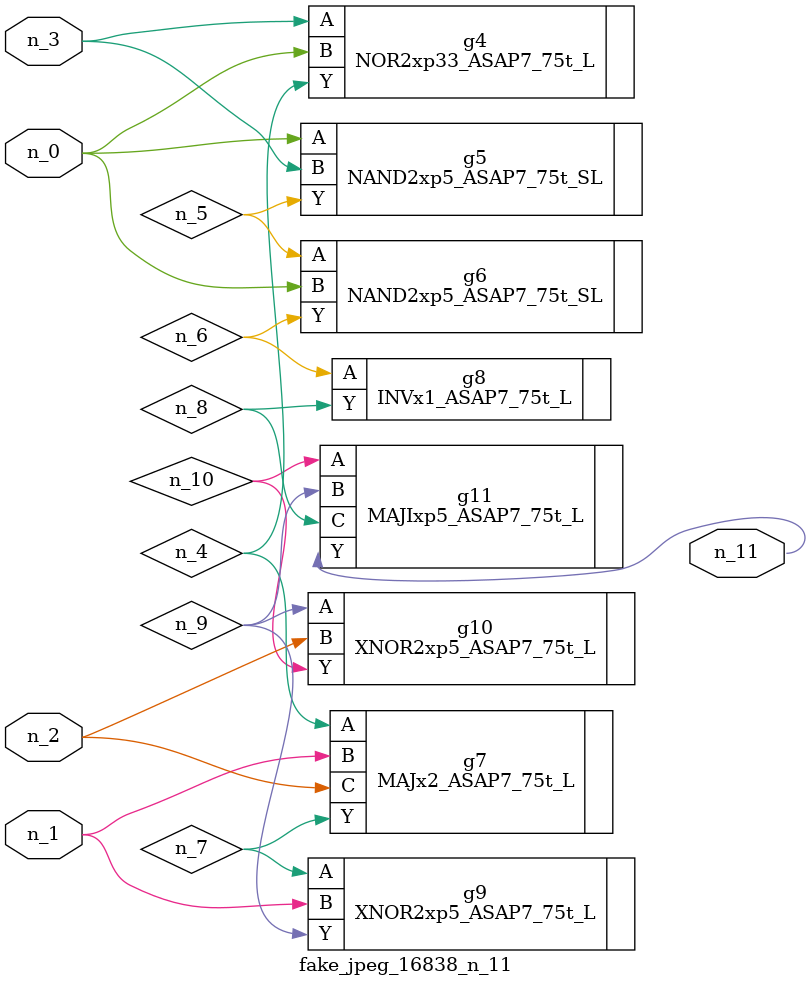
<source format=v>
module fake_jpeg_16838_n_11 (n_0, n_3, n_2, n_1, n_11);

input n_0;
input n_3;
input n_2;
input n_1;

output n_11;

wire n_10;
wire n_4;
wire n_8;
wire n_9;
wire n_6;
wire n_5;
wire n_7;

NOR2xp33_ASAP7_75t_L g4 ( 
.A(n_3),
.B(n_0),
.Y(n_4)
);

NAND2xp5_ASAP7_75t_SL g5 ( 
.A(n_0),
.B(n_3),
.Y(n_5)
);

NAND2xp5_ASAP7_75t_SL g6 ( 
.A(n_5),
.B(n_0),
.Y(n_6)
);

INVx1_ASAP7_75t_L g8 ( 
.A(n_6),
.Y(n_8)
);

MAJx2_ASAP7_75t_L g7 ( 
.A(n_4),
.B(n_1),
.C(n_2),
.Y(n_7)
);

XNOR2xp5_ASAP7_75t_L g9 ( 
.A(n_7),
.B(n_1),
.Y(n_9)
);

XNOR2xp5_ASAP7_75t_L g10 ( 
.A(n_9),
.B(n_2),
.Y(n_10)
);

MAJIxp5_ASAP7_75t_L g11 ( 
.A(n_10),
.B(n_9),
.C(n_8),
.Y(n_11)
);


endmodule
</source>
